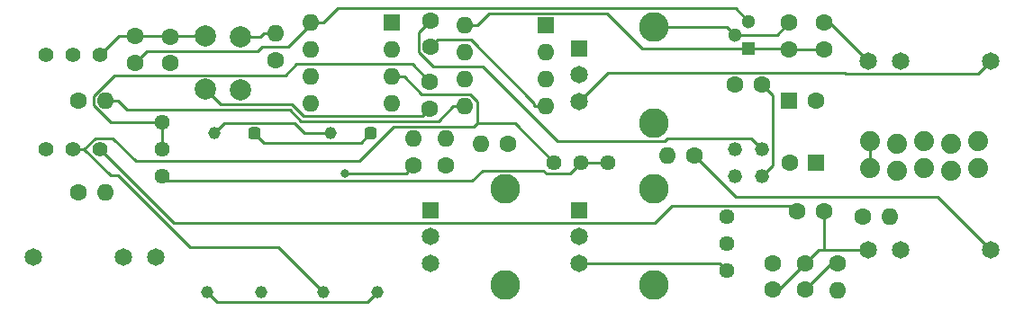
<source format=gtl>
G04 #@! TF.GenerationSoftware,KiCad,Pcbnew,5.1.6-c6e7f7d~86~ubuntu18.04.1*
G04 #@! TF.CreationDate,2020-07-10T20:36:52+01:00*
G04 #@! TF.ProjectId,acid-casualty-v2,61636964-2d63-4617-9375-616c74792d76,rev?*
G04 #@! TF.SameCoordinates,Original*
G04 #@! TF.FileFunction,Copper,L1,Top*
G04 #@! TF.FilePolarity,Positive*
%FSLAX46Y46*%
G04 Gerber Fmt 4.6, Leading zero omitted, Abs format (unit mm)*
G04 Created by KiCad (PCBNEW 5.1.6-c6e7f7d~86~ubuntu18.04.1) date 2020-07-10 20:36:52*
%MOMM*%
%LPD*%
G01*
G04 APERTURE LIST*
G04 #@! TA.AperFunction,ComponentPad*
%ADD10C,1.600000*%
G04 #@! TD*
G04 #@! TA.AperFunction,ComponentPad*
%ADD11O,1.600000X1.600000*%
G04 #@! TD*
G04 #@! TA.AperFunction,ComponentPad*
%ADD12C,1.150000*%
G04 #@! TD*
G04 #@! TA.AperFunction,ComponentPad*
%ADD13C,1.440000*%
G04 #@! TD*
G04 #@! TA.AperFunction,ComponentPad*
%ADD14R,1.600000X1.600000*%
G04 #@! TD*
G04 #@! TA.AperFunction,ComponentPad*
%ADD15R,1.300000X1.300000*%
G04 #@! TD*
G04 #@! TA.AperFunction,ComponentPad*
%ADD16C,1.300000*%
G04 #@! TD*
G04 #@! TA.AperFunction,ComponentPad*
%ADD17C,2.000000*%
G04 #@! TD*
G04 #@! TA.AperFunction,ComponentPad*
%ADD18C,1.320800*%
G04 #@! TD*
G04 #@! TA.AperFunction,ComponentPad*
%ADD19C,1.879600*%
G04 #@! TD*
G04 #@! TA.AperFunction,ComponentPad*
%ADD20C,1.650000*%
G04 #@! TD*
G04 #@! TA.AperFunction,ComponentPad*
%ADD21C,2.794000*%
G04 #@! TD*
G04 #@! TA.AperFunction,ComponentPad*
%ADD22R,1.650000X1.650000*%
G04 #@! TD*
G04 #@! TA.AperFunction,ComponentPad*
%ADD23C,1.422400*%
G04 #@! TD*
G04 #@! TA.AperFunction,ViaPad*
%ADD24C,0.800000*%
G04 #@! TD*
G04 #@! TA.AperFunction,Conductor*
%ADD25C,0.250000*%
G04 #@! TD*
G04 APERTURE END LIST*
D10*
X178054000Y-94956000D03*
X178054000Y-92456000D03*
D11*
X139446000Y-103378000D03*
D10*
X139446000Y-105918000D03*
D11*
X126492000Y-93472000D03*
D10*
X126492000Y-96012000D03*
D12*
X131582000Y-102870000D03*
X130942000Y-117870000D03*
X136022000Y-117870000D03*
G04 #@! TA.AperFunction,ComponentPad*
G36*
G01*
X135094500Y-102295000D02*
X135669500Y-102295000D01*
G75*
G02*
X135957000Y-102582500I0J-287500D01*
G01*
X135957000Y-103157500D01*
G75*
G02*
X135669500Y-103445000I-287500J0D01*
G01*
X135094500Y-103445000D01*
G75*
G02*
X134807000Y-103157500I0J287500D01*
G01*
X134807000Y-102582500D01*
G75*
G02*
X135094500Y-102295000I287500J0D01*
G01*
G37*
G04 #@! TD.AperFunction*
X120660000Y-102870000D03*
X120020000Y-117870000D03*
X125100000Y-117870000D03*
G04 #@! TA.AperFunction,ComponentPad*
G36*
G01*
X124172500Y-102295000D02*
X124747500Y-102295000D01*
G75*
G02*
X125035000Y-102582500I0J-287500D01*
G01*
X125035000Y-103157500D01*
G75*
G02*
X124747500Y-103445000I-287500J0D01*
G01*
X124172500Y-103445000D01*
G75*
G02*
X123885000Y-103157500I0J287500D01*
G01*
X123885000Y-102582500D01*
G75*
G02*
X124172500Y-102295000I287500J0D01*
G01*
G37*
G04 #@! TD.AperFunction*
D13*
X168910000Y-110744000D03*
X168910000Y-113284000D03*
X168910000Y-115824000D03*
D11*
X144272000Y-92710000D03*
X151892000Y-100330000D03*
X144272000Y-95250000D03*
X151892000Y-97790000D03*
X144272000Y-97790000D03*
X151892000Y-95250000D03*
X144272000Y-100330000D03*
D14*
X151892000Y-92710000D03*
D11*
X129794000Y-92456000D03*
X137414000Y-100076000D03*
X129794000Y-94996000D03*
X137414000Y-97536000D03*
X129794000Y-97536000D03*
X137414000Y-94996000D03*
X129794000Y-100076000D03*
D14*
X137414000Y-92456000D03*
D13*
X157734000Y-105634000D03*
X155194000Y-105634000D03*
X152654000Y-105634000D03*
X115824000Y-101854000D03*
X115824000Y-104394000D03*
X115824000Y-106934000D03*
D11*
X110490000Y-108458000D03*
D10*
X107950000Y-108458000D03*
D11*
X163271000Y-104999000D03*
D10*
X165811000Y-104999000D03*
D11*
X145796000Y-103886000D03*
D10*
X148336000Y-103886000D03*
D11*
X110490000Y-99822000D03*
D10*
X107950000Y-99822000D03*
D11*
X142494000Y-103378000D03*
D10*
X142494000Y-105918000D03*
D11*
X179324000Y-117699000D03*
D10*
X179324000Y-115159000D03*
D11*
X184226000Y-110714000D03*
D10*
X181686000Y-110714000D03*
D15*
X170875000Y-94850000D03*
D16*
X170875000Y-92310000D03*
X169605000Y-93580000D03*
D17*
X123190000Y-93806000D03*
X123190000Y-98806000D03*
D10*
X140970000Y-100544000D03*
X140970000Y-98044000D03*
D17*
X119888000Y-98726000D03*
X119888000Y-93726000D03*
D10*
X177252000Y-99822000D03*
D14*
X174752000Y-99822000D03*
D10*
X174792000Y-105664000D03*
D14*
X177292000Y-105664000D03*
D10*
X116586000Y-93766000D03*
X116586000Y-96266000D03*
X178014000Y-110236000D03*
X175514000Y-110236000D03*
X141046000Y-92242000D03*
X141046000Y-94742000D03*
X113284000Y-96226000D03*
X113284000Y-93726000D03*
X176276000Y-115102000D03*
X176276000Y-117602000D03*
X173228000Y-115102000D03*
X173228000Y-117602000D03*
X174752000Y-94956000D03*
X174752000Y-92456000D03*
X172172000Y-98298000D03*
X169672000Y-98298000D03*
D18*
X172161000Y-106904000D03*
X169621000Y-106904000D03*
X169621000Y-104364000D03*
X172161000Y-104364000D03*
D19*
X182321000Y-103602000D03*
X184861000Y-103856000D03*
X187401000Y-103602000D03*
X189941000Y-103856000D03*
X192481000Y-103602000D03*
X182321000Y-106142000D03*
X184861000Y-106396000D03*
X187401000Y-106142000D03*
X189941000Y-106396000D03*
X192481000Y-106142000D03*
D20*
X182171000Y-96108600D03*
X185171000Y-96108600D03*
X193671000Y-96108600D03*
D21*
X162001000Y-92878600D03*
X162001000Y-101878600D03*
D20*
X155001000Y-99878600D03*
X155001000Y-97378600D03*
D22*
X155001000Y-94878600D03*
D21*
X148031000Y-108119000D03*
X148031000Y-117119000D03*
D20*
X141031000Y-115119000D03*
X141031000Y-112619000D03*
D22*
X141031000Y-110119000D03*
D21*
X162001000Y-108119000D03*
X162001000Y-117119000D03*
D20*
X155001000Y-115119000D03*
X155001000Y-112619000D03*
D22*
X155001000Y-110119000D03*
D20*
X182171000Y-113889000D03*
X185171000Y-113889000D03*
X193671000Y-113889000D03*
X115161000Y-114524000D03*
X112161000Y-114524000D03*
X103661000Y-114524000D03*
D23*
X109931000Y-95473600D03*
X107391000Y-95473600D03*
X104851000Y-95473600D03*
X109931000Y-104364000D03*
X107391000Y-104364000D03*
X104851000Y-104364000D03*
D24*
X132960600Y-106648300D03*
D25*
X174752000Y-94956000D02*
X178054000Y-94956000D01*
X170875000Y-94850000D02*
X174646000Y-94850000D01*
X174646000Y-94850000D02*
X174752000Y-94956000D01*
X144272000Y-92710000D02*
X145397300Y-92710000D01*
X145397300Y-92710000D02*
X146522700Y-91584600D01*
X146522700Y-91584600D02*
X157625700Y-91584600D01*
X157625700Y-91584600D02*
X160891100Y-94850000D01*
X160891100Y-94850000D02*
X170875000Y-94850000D01*
X178014000Y-113889000D02*
X177489000Y-113889000D01*
X177489000Y-113889000D02*
X176276000Y-115102000D01*
X182171000Y-113889000D02*
X178014000Y-113889000D01*
X178014000Y-113889000D02*
X178014000Y-110236000D01*
X174752000Y-92456000D02*
X173628000Y-93580000D01*
X173628000Y-93580000D02*
X169605000Y-93580000D01*
X182171000Y-96108600D02*
X178518400Y-92456000D01*
X178518400Y-92456000D02*
X178054000Y-92456000D01*
X162001000Y-92878600D02*
X168903600Y-92878600D01*
X168903600Y-92878600D02*
X169605000Y-93580000D01*
X176276000Y-115102000D02*
X173776000Y-117602000D01*
X173776000Y-117602000D02*
X173228000Y-117602000D01*
X151892000Y-100330000D02*
X150766700Y-100330000D01*
X150766700Y-100330000D02*
X150766700Y-100048700D01*
X150766700Y-100048700D02*
X144793200Y-94075200D01*
X144793200Y-94075200D02*
X141712800Y-94075200D01*
X141712800Y-94075200D02*
X141046000Y-94742000D01*
X124460000Y-102870000D02*
X125360300Y-103770300D01*
X125360300Y-103770300D02*
X134481700Y-103770300D01*
X134481700Y-103770300D02*
X135382000Y-102870000D01*
X113284000Y-93726000D02*
X116546000Y-93726000D01*
X116546000Y-93726000D02*
X116586000Y-93766000D01*
X109931000Y-95473600D02*
X111678600Y-93726000D01*
X111678600Y-93726000D02*
X113284000Y-93726000D01*
X119888000Y-93726000D02*
X116626000Y-93726000D01*
X116626000Y-93726000D02*
X116586000Y-93766000D01*
X129921000Y-92456000D02*
X127635000Y-94742000D01*
X127635000Y-94742000D02*
X125158400Y-94742000D01*
X125158400Y-94742000D02*
X124759900Y-95140500D01*
X124759900Y-95140500D02*
X114369500Y-95140500D01*
X114369500Y-95140500D02*
X113284000Y-96226000D01*
X130356700Y-92456000D02*
X130919300Y-92456000D01*
X129794000Y-92456000D02*
X129921000Y-92456000D01*
X130356700Y-92456000D02*
X129921000Y-92456000D01*
X170875000Y-92310000D02*
X169681600Y-91116600D01*
X169681600Y-91116600D02*
X132258700Y-91116600D01*
X132258700Y-91116600D02*
X130919300Y-92456000D01*
X172161000Y-106904000D02*
X173172000Y-105893000D01*
X173172000Y-105893000D02*
X173172000Y-99298000D01*
X173172000Y-99298000D02*
X172172000Y-98298000D01*
X172161000Y-104364000D02*
X171175200Y-103378200D01*
X171175200Y-103378200D02*
X163300200Y-103378200D01*
X163300200Y-103378200D02*
X163031400Y-103647000D01*
X163031400Y-103647000D02*
X152949700Y-103647000D01*
X152949700Y-103647000D02*
X145922400Y-96619700D01*
X145922400Y-96619700D02*
X141275400Y-96619700D01*
X141275400Y-96619700D02*
X139918400Y-95262700D01*
X139918400Y-95262700D02*
X139918400Y-93369600D01*
X139918400Y-93369600D02*
X141046000Y-92242000D01*
X179324000Y-115159000D02*
X178719000Y-115159000D01*
X178719000Y-115159000D02*
X176276000Y-117602000D01*
X182321000Y-106142000D02*
X182321000Y-103602000D01*
X119888000Y-98726000D02*
X121293400Y-100131400D01*
X121293400Y-100131400D02*
X127944700Y-100131400D01*
X127944700Y-100131400D02*
X129080400Y-101267100D01*
X129080400Y-101267100D02*
X140246900Y-101267100D01*
X140246900Y-101267100D02*
X140970000Y-100544000D01*
X111615300Y-99822000D02*
X112462700Y-100669400D01*
X112462700Y-100669400D02*
X127769000Y-100669400D01*
X127769000Y-100669400D02*
X128817100Y-101717500D01*
X128817100Y-101717500D02*
X141759200Y-101717500D01*
X141759200Y-101717500D02*
X143146700Y-100330000D01*
X110490000Y-99822000D02*
X111615300Y-99822000D01*
X144272000Y-100330000D02*
X143146700Y-100330000D01*
X126492000Y-93472000D02*
X125366700Y-93472000D01*
X123190000Y-93806000D02*
X125032700Y-93806000D01*
X125032700Y-93806000D02*
X125366700Y-93472000D01*
X120020000Y-117870000D02*
X120940200Y-118790200D01*
X120940200Y-118790200D02*
X135101800Y-118790200D01*
X135101800Y-118790200D02*
X136022000Y-117870000D01*
X115824000Y-106934000D02*
X116268900Y-107378900D01*
X116268900Y-107378900D02*
X144945300Y-107378900D01*
X144945300Y-107378900D02*
X145935000Y-106389200D01*
X145935000Y-106389200D02*
X151601200Y-106389200D01*
X151601200Y-106389200D02*
X151906100Y-106694100D01*
X151906100Y-106694100D02*
X154133900Y-106694100D01*
X154133900Y-106694100D02*
X155194000Y-105634000D01*
X155194000Y-105634000D02*
X157734000Y-105634000D01*
X175514000Y-110236000D02*
X174953300Y-109675300D01*
X174953300Y-109675300D02*
X163746700Y-109675300D01*
X163746700Y-109675300D02*
X162125200Y-111296800D01*
X162125200Y-111296800D02*
X116863800Y-111296800D01*
X116863800Y-111296800D02*
X109931000Y-104364000D01*
X155001000Y-115119000D02*
X168205000Y-115119000D01*
X168205000Y-115119000D02*
X168910000Y-115824000D01*
X120660000Y-102870000D02*
X121587400Y-101942600D01*
X121587400Y-101942600D02*
X128256800Y-101942600D01*
X128256800Y-101942600D02*
X129184200Y-102870000D01*
X129184200Y-102870000D02*
X131582000Y-102870000D01*
X165811000Y-104999000D02*
X169700500Y-108888500D01*
X169700500Y-108888500D02*
X188670500Y-108888500D01*
X188670500Y-108888500D02*
X193671000Y-113889000D01*
X155001000Y-99878600D02*
X157710100Y-97169500D01*
X157710100Y-97169500D02*
X179963800Y-97169500D01*
X179963800Y-97169500D02*
X180054000Y-97259700D01*
X180054000Y-97259700D02*
X192519900Y-97259700D01*
X192519900Y-97259700D02*
X193671000Y-96108600D01*
X108458500Y-104358200D02*
X109500900Y-103315800D01*
X109500900Y-103315800D02*
X111168300Y-103315800D01*
X111168300Y-103315800D02*
X113342400Y-105489900D01*
X113342400Y-105489900D02*
X134328400Y-105489900D01*
X134328400Y-105489900D02*
X137565700Y-102252600D01*
X137565700Y-102252600D02*
X145077000Y-102252600D01*
X145077000Y-102252600D02*
X145398500Y-101931100D01*
X107391000Y-104364000D02*
X108452700Y-104364000D01*
X108452700Y-104364000D02*
X108458500Y-104358200D01*
X108458500Y-104358200D02*
X110949800Y-106849600D01*
X110949800Y-106849600D02*
X111615400Y-106849600D01*
X111615400Y-106849600D02*
X118385600Y-113619800D01*
X118385600Y-113619800D02*
X126691800Y-113619800D01*
X126691800Y-113619800D02*
X130942000Y-117870000D01*
X145398500Y-101931100D02*
X145398500Y-99862000D01*
X145398500Y-99862000D02*
X144741000Y-99204500D01*
X144741000Y-99204500D02*
X140207800Y-99204500D01*
X140207800Y-99204500D02*
X138539300Y-97536000D01*
X152654000Y-105634000D02*
X148951100Y-101931100D01*
X148951100Y-101931100D02*
X145398500Y-101931100D01*
X137414000Y-97536000D02*
X138539300Y-97536000D01*
X115824000Y-101854000D02*
X110925600Y-101854000D01*
X110925600Y-101854000D02*
X109328500Y-100256900D01*
X109328500Y-100256900D02*
X109328500Y-99351800D01*
X109328500Y-99351800D02*
X111279600Y-97400700D01*
X111279600Y-97400700D02*
X127385100Y-97400700D01*
X127385100Y-97400700D02*
X128423400Y-96362400D01*
X128423400Y-96362400D02*
X139288400Y-96362400D01*
X139288400Y-96362400D02*
X140970000Y-98044000D01*
X115824000Y-104394000D02*
X115824000Y-101854000D01*
X132960600Y-106648300D02*
X138715700Y-106648300D01*
X138715700Y-106648300D02*
X139446000Y-105918000D01*
M02*

</source>
